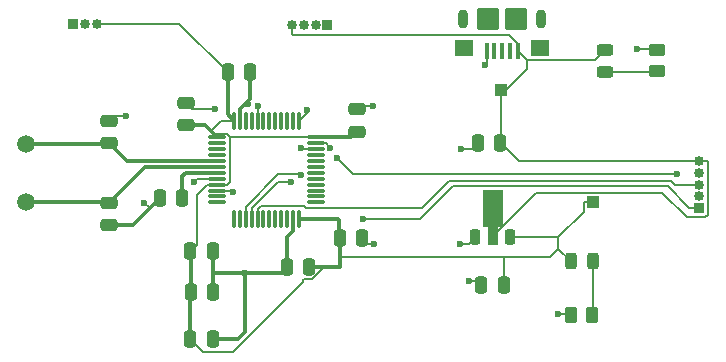
<source format=gtl>
%TF.GenerationSoftware,KiCad,Pcbnew,9.0.0*%
%TF.CreationDate,2025-08-08T17:30:59+02:00*%
%TF.ProjectId,audioVisualizer_PCB,61756469-6f56-4697-9375-616c697a6572,rev?*%
%TF.SameCoordinates,Original*%
%TF.FileFunction,Copper,L1,Top*%
%TF.FilePolarity,Positive*%
%FSLAX46Y46*%
G04 Gerber Fmt 4.6, Leading zero omitted, Abs format (unit mm)*
G04 Created by KiCad (PCBNEW 9.0.0) date 2025-08-08 17:30:59*
%MOMM*%
%LPD*%
G01*
G04 APERTURE LIST*
G04 Aperture macros list*
%AMRoundRect*
0 Rectangle with rounded corners*
0 $1 Rounding radius*
0 $2 $3 $4 $5 $6 $7 $8 $9 X,Y pos of 4 corners*
0 Add a 4 corners polygon primitive as box body*
4,1,4,$2,$3,$4,$5,$6,$7,$8,$9,$2,$3,0*
0 Add four circle primitives for the rounded corners*
1,1,$1+$1,$2,$3*
1,1,$1+$1,$4,$5*
1,1,$1+$1,$6,$7*
1,1,$1+$1,$8,$9*
0 Add four rect primitives between the rounded corners*
20,1,$1+$1,$2,$3,$4,$5,0*
20,1,$1+$1,$4,$5,$6,$7,0*
20,1,$1+$1,$6,$7,$8,$9,0*
20,1,$1+$1,$8,$9,$2,$3,0*%
%AMFreePoly0*
4,1,9,3.862500,-0.866500,0.737500,-0.866500,0.737500,-0.450000,-0.737500,-0.450000,-0.737500,0.450000,0.737500,0.450000,0.737500,0.866500,3.862500,0.866500,3.862500,-0.866500,3.862500,-0.866500,$1*%
G04 Aperture macros list end*
%TA.AperFunction,SMDPad,CuDef*%
%ADD10RoundRect,0.250000X-0.250000X-0.475000X0.250000X-0.475000X0.250000X0.475000X-0.250000X0.475000X0*%
%TD*%
%TA.AperFunction,SMDPad,CuDef*%
%ADD11RoundRect,0.250000X-0.475000X0.250000X-0.475000X-0.250000X0.475000X-0.250000X0.475000X0.250000X0*%
%TD*%
%TA.AperFunction,SMDPad,CuDef*%
%ADD12RoundRect,0.250000X0.250000X0.475000X-0.250000X0.475000X-0.250000X-0.475000X0.250000X-0.475000X0*%
%TD*%
%TA.AperFunction,SMDPad,CuDef*%
%ADD13RoundRect,0.100000X0.100000X0.575000X-0.100000X0.575000X-0.100000X-0.575000X0.100000X-0.575000X0*%
%TD*%
%TA.AperFunction,HeatsinkPad*%
%ADD14O,0.900000X1.600000*%
%TD*%
%TA.AperFunction,SMDPad,CuDef*%
%ADD15RoundRect,0.250000X0.550000X0.450000X-0.550000X0.450000X-0.550000X-0.450000X0.550000X-0.450000X0*%
%TD*%
%TA.AperFunction,SMDPad,CuDef*%
%ADD16RoundRect,0.250000X0.700000X0.700000X-0.700000X0.700000X-0.700000X-0.700000X0.700000X-0.700000X0*%
%TD*%
%TA.AperFunction,SMDPad,CuDef*%
%ADD17R,1.000000X1.000000*%
%TD*%
%TA.AperFunction,ComponentPad*%
%ADD18R,0.850000X0.850000*%
%TD*%
%TA.AperFunction,ComponentPad*%
%ADD19O,0.850000X0.850000*%
%TD*%
%TA.AperFunction,SMDPad,CuDef*%
%ADD20RoundRect,0.243750X0.243750X0.456250X-0.243750X0.456250X-0.243750X-0.456250X0.243750X-0.456250X0*%
%TD*%
%TA.AperFunction,SMDPad,CuDef*%
%ADD21RoundRect,0.250000X0.262500X0.450000X-0.262500X0.450000X-0.262500X-0.450000X0.262500X-0.450000X0*%
%TD*%
%TA.AperFunction,SMDPad,CuDef*%
%ADD22RoundRect,0.243750X0.456250X-0.243750X0.456250X0.243750X-0.456250X0.243750X-0.456250X-0.243750X0*%
%TD*%
%TA.AperFunction,SMDPad,CuDef*%
%ADD23RoundRect,0.225000X0.225000X-0.425000X0.225000X0.425000X-0.225000X0.425000X-0.225000X-0.425000X0*%
%TD*%
%TA.AperFunction,SMDPad,CuDef*%
%ADD24FreePoly0,90.000000*%
%TD*%
%TA.AperFunction,SMDPad,CuDef*%
%ADD25RoundRect,0.250000X-0.450000X0.262500X-0.450000X-0.262500X0.450000X-0.262500X0.450000X0.262500X0*%
%TD*%
%TA.AperFunction,SMDPad,CuDef*%
%ADD26RoundRect,0.075000X-0.662500X-0.075000X0.662500X-0.075000X0.662500X0.075000X-0.662500X0.075000X0*%
%TD*%
%TA.AperFunction,SMDPad,CuDef*%
%ADD27RoundRect,0.075000X-0.075000X-0.662500X0.075000X-0.662500X0.075000X0.662500X-0.075000X0.662500X0*%
%TD*%
%TA.AperFunction,ComponentPad*%
%ADD28C,1.500000*%
%TD*%
%TA.AperFunction,SMDPad,CuDef*%
%ADD29RoundRect,0.250000X0.475000X-0.250000X0.475000X0.250000X-0.475000X0.250000X-0.475000X-0.250000X0*%
%TD*%
%TA.AperFunction,ViaPad*%
%ADD30C,0.600000*%
%TD*%
%TA.AperFunction,Conductor*%
%ADD31C,0.200000*%
%TD*%
%TA.AperFunction,Conductor*%
%ADD32C,0.300000*%
%TD*%
G04 APERTURE END LIST*
D10*
%TO.P,C7,1*%
%TO.N,+3.3V*%
X141550000Y-61500000D03*
%TO.P,C7,2*%
%TO.N,GND*%
X143450000Y-61500000D03*
%TD*%
D11*
%TO.P,C1,1*%
%TO.N,GND*%
X122000000Y-51600000D03*
%TO.P,C1,2*%
%TO.N,Net-(U1-PD0)*%
X122000000Y-53500000D03*
%TD*%
D12*
%TO.P,C12,1*%
%TO.N,+3.3V*%
X155450000Y-65500000D03*
%TO.P,C12,2*%
%TO.N,GND*%
X153550000Y-65500000D03*
%TD*%
D13*
%TO.P,J2,1,VBUS*%
%TO.N,VBUS*%
X156600000Y-45675000D03*
%TO.P,J2,2,D-*%
%TO.N,unconnected-(J2-D--Pad2)*%
X155950000Y-45675000D03*
%TO.P,J2,3,D+*%
%TO.N,unconnected-(J2-D+-Pad3)*%
X155300000Y-45675000D03*
%TO.P,J2,4,ID*%
%TO.N,unconnected-(J2-ID-Pad4)*%
X154650000Y-45675000D03*
%TO.P,J2,5,GND*%
%TO.N,GND*%
X154000000Y-45675000D03*
D14*
%TO.P,J2,6,Shield*%
%TO.N,unconnected-(J2-Shield-Pad6)_4*%
X158600000Y-43000000D03*
D15*
%TO.N,unconnected-(J2-Shield-Pad6)_1*%
X158500000Y-45450000D03*
D16*
%TO.N,unconnected-(J2-Shield-Pad6)_5*%
X156500000Y-43000000D03*
%TO.N,unconnected-(J2-Shield-Pad6)*%
X154100000Y-43000000D03*
D15*
%TO.N,unconnected-(J2-Shield-Pad6)_2*%
X152100000Y-45450000D03*
D14*
%TO.N,unconnected-(J2-Shield-Pad6)_3*%
X152000000Y-43000000D03*
%TD*%
D17*
%TO.P,TP1,1,1*%
%TO.N,VBUS*%
X155194000Y-49022000D03*
%TD*%
D18*
%TO.P,J1,1,Pin_1*%
%TO.N,/OUT*%
X119000000Y-43375000D03*
D19*
%TO.P,J1,2,Pin_2*%
%TO.N,GND*%
X120000000Y-43375000D03*
%TO.P,J1,3,Pin_3*%
%TO.N,+3.3V*%
X121000000Y-43375000D03*
%TD*%
D18*
%TO.P,J4,1,Pin_1*%
%TO.N,GND*%
X140500000Y-43500000D03*
D19*
%TO.P,J4,2,Pin_2*%
%TO.N,/SWDIO*%
X139500000Y-43500000D03*
%TO.P,J4,3,Pin_3*%
%TO.N,Net-(J4-Pin_3)*%
X138500000Y-43500000D03*
%TO.P,J4,4,Pin_4*%
%TO.N,VBUS*%
X137500000Y-43500000D03*
%TD*%
D12*
%TO.P,C6,1*%
%TO.N,+3.3V*%
X138950000Y-64000000D03*
%TO.P,C6,2*%
%TO.N,GND*%
X137050000Y-64000000D03*
%TD*%
D20*
%TO.P,D1,1,K*%
%TO.N,Net-(D1-K)*%
X162989500Y-63500000D03*
%TO.P,D1,2,A*%
%TO.N,+3.3V*%
X161114500Y-63500000D03*
%TD*%
D21*
%TO.P,R2,1*%
%TO.N,Net-(D1-K)*%
X162912500Y-68000000D03*
%TO.P,R2,2*%
%TO.N,GND*%
X161087500Y-68000000D03*
%TD*%
D10*
%TO.P,C4,1*%
%TO.N,+3.3V*%
X132050000Y-47500000D03*
%TO.P,C4,2*%
%TO.N,GND*%
X133950000Y-47500000D03*
%TD*%
D12*
%TO.P,C13,1*%
%TO.N,Net-(U1-NRST)*%
X128204000Y-58166000D03*
%TO.P,C13,2*%
%TO.N,GND*%
X126304000Y-58166000D03*
%TD*%
D10*
%TO.P,C10,1*%
%TO.N,+3.3V*%
X128910000Y-70104000D03*
%TO.P,C10,2*%
%TO.N,GND*%
X130810000Y-70104000D03*
%TD*%
%TO.P,C8,1*%
%TO.N,+3.3V*%
X128910000Y-62604000D03*
%TO.P,C8,2*%
%TO.N,GND*%
X130810000Y-62604000D03*
%TD*%
D22*
%TO.P,D2,1,K*%
%TO.N,Net-(D2-K)*%
X164000000Y-47500000D03*
%TO.P,D2,2,A*%
%TO.N,VBUS*%
X164000000Y-45625000D03*
%TD*%
D23*
%TO.P,U2,1,GND*%
%TO.N,GND*%
X153000000Y-61450000D03*
D24*
%TO.P,U2,2,VIN*%
%TO.N,VBUS*%
X154500000Y-61362500D03*
D23*
%TO.P,U2,3,VOUT*%
%TO.N,+3.3V*%
X156000000Y-61450000D03*
%TD*%
D25*
%TO.P,R3,1*%
%TO.N,GND*%
X168402000Y-45569500D03*
%TO.P,R3,2*%
%TO.N,Net-(D2-K)*%
X168402000Y-47394500D03*
%TD*%
D26*
%TO.P,U1,1,VBAT*%
%TO.N,+3.3V*%
X131175000Y-53000000D03*
%TO.P,U1,2,PC13*%
%TO.N,unconnected-(U1-PC13-Pad2)*%
X131175000Y-53500000D03*
%TO.P,U1,3,PC14*%
%TO.N,unconnected-(U1-PC14-Pad3)*%
X131175000Y-54000000D03*
%TO.P,U1,4,PC15*%
%TO.N,unconnected-(U1-PC15-Pad4)*%
X131175000Y-54500000D03*
%TO.P,U1,5,PD0*%
%TO.N,Net-(U1-PD0)*%
X131175000Y-55000000D03*
%TO.P,U1,6,PD1*%
%TO.N,Net-(U1-PD1)*%
X131175000Y-55500000D03*
%TO.P,U1,7,NRST*%
%TO.N,Net-(U1-NRST)*%
X131175000Y-56000000D03*
%TO.P,U1,8,VSSA*%
%TO.N,GND*%
X131175000Y-56500000D03*
%TO.P,U1,9,VDDA*%
%TO.N,+3.3V*%
X131175000Y-57000000D03*
%TO.P,U1,10,PA0*%
%TO.N,/OUT*%
X131175000Y-57500000D03*
%TO.P,U1,11,PA1*%
%TO.N,unconnected-(U1-PA1-Pad11)*%
X131175000Y-58000000D03*
%TO.P,U1,12,PA2*%
%TO.N,unconnected-(U1-PA2-Pad12)*%
X131175000Y-58500000D03*
D27*
%TO.P,U1,13,PA3*%
%TO.N,unconnected-(U1-PA3-Pad13)*%
X132587500Y-59912500D03*
%TO.P,U1,14,PA4*%
%TO.N,unconnected-(U1-PA4-Pad14)*%
X133087500Y-59912500D03*
%TO.P,U1,15,PA5*%
%TO.N,/CLK*%
X133587500Y-59912500D03*
%TO.P,U1,16,PA6*%
%TO.N,/CS*%
X134087500Y-59912500D03*
%TO.P,U1,17,PA7*%
%TO.N,/DIN*%
X134587500Y-59912500D03*
%TO.P,U1,18,PB0*%
%TO.N,unconnected-(U1-PB0-Pad18)*%
X135087500Y-59912500D03*
%TO.P,U1,19,PB1*%
%TO.N,unconnected-(U1-PB1-Pad19)*%
X135587500Y-59912500D03*
%TO.P,U1,20,PB2*%
%TO.N,unconnected-(U1-PB2-Pad20)*%
X136087500Y-59912500D03*
%TO.P,U1,21,PB10*%
%TO.N,unconnected-(U1-PB10-Pad21)*%
X136587500Y-59912500D03*
%TO.P,U1,22,PB11*%
%TO.N,unconnected-(U1-PB11-Pad22)*%
X137087500Y-59912500D03*
%TO.P,U1,23,VSS*%
%TO.N,GND*%
X137587500Y-59912500D03*
%TO.P,U1,24,VDD*%
%TO.N,+3.3V*%
X138087500Y-59912500D03*
D26*
%TO.P,U1,25,PB12*%
%TO.N,unconnected-(U1-PB12-Pad25)*%
X139500000Y-58500000D03*
%TO.P,U1,26,PB13*%
%TO.N,unconnected-(U1-PB13-Pad26)*%
X139500000Y-58000000D03*
%TO.P,U1,27,PB14*%
%TO.N,unconnected-(U1-PB14-Pad27)*%
X139500000Y-57500000D03*
%TO.P,U1,28,PB15*%
%TO.N,unconnected-(U1-PB15-Pad28)*%
X139500000Y-57000000D03*
%TO.P,U1,29,PA8*%
%TO.N,unconnected-(U1-PA8-Pad29)*%
X139500000Y-56500000D03*
%TO.P,U1,30,PA9*%
%TO.N,unconnected-(U1-PA9-Pad30)*%
X139500000Y-56000000D03*
%TO.P,U1,31,PA10*%
%TO.N,unconnected-(U1-PA10-Pad31)*%
X139500000Y-55500000D03*
%TO.P,U1,32,PA11*%
%TO.N,unconnected-(U1-PA11-Pad32)*%
X139500000Y-55000000D03*
%TO.P,U1,33,PA12*%
%TO.N,unconnected-(U1-PA12-Pad33)*%
X139500000Y-54500000D03*
%TO.P,U1,34,PA13*%
%TO.N,/SWDIO*%
X139500000Y-54000000D03*
%TO.P,U1,35,VSS*%
%TO.N,GND*%
X139500000Y-53500000D03*
%TO.P,U1,36,VDD*%
%TO.N,+3.3V*%
X139500000Y-53000000D03*
D27*
%TO.P,U1,37,PA14*%
%TO.N,Net-(J4-Pin_3)*%
X138087500Y-51587500D03*
%TO.P,U1,38,PA15*%
%TO.N,unconnected-(U1-PA15-Pad38)*%
X137587500Y-51587500D03*
%TO.P,U1,39,PB3*%
%TO.N,unconnected-(U1-PB3-Pad39)*%
X137087500Y-51587500D03*
%TO.P,U1,40,PB4*%
%TO.N,unconnected-(U1-PB4-Pad40)*%
X136587500Y-51587500D03*
%TO.P,U1,41,PB5*%
%TO.N,unconnected-(U1-PB5-Pad41)*%
X136087500Y-51587500D03*
%TO.P,U1,42,PB6*%
%TO.N,unconnected-(U1-PB6-Pad42)*%
X135587500Y-51587500D03*
%TO.P,U1,43,PB7*%
%TO.N,unconnected-(U1-PB7-Pad43)*%
X135087500Y-51587500D03*
%TO.P,U1,44,BOOT0*%
%TO.N,GND*%
X134587500Y-51587500D03*
%TO.P,U1,45,PB8*%
%TO.N,unconnected-(U1-PB8-Pad45)*%
X134087500Y-51587500D03*
%TO.P,U1,46,PB9*%
%TO.N,unconnected-(U1-PB9-Pad46)*%
X133587500Y-51587500D03*
%TO.P,U1,47,VSS*%
%TO.N,GND*%
X133087500Y-51587500D03*
%TO.P,U1,48,VDD*%
%TO.N,+3.3V*%
X132587500Y-51587500D03*
%TD*%
D17*
%TO.P,TP2,1,1*%
%TO.N,+3.3V*%
X163000000Y-58500000D03*
%TD*%
D10*
%TO.P,C9,1*%
%TO.N,+3.3V*%
X128960000Y-66104000D03*
%TO.P,C9,2*%
%TO.N,GND*%
X130860000Y-66104000D03*
%TD*%
D28*
%TO.P,Y1,1,1*%
%TO.N,Net-(U1-PD1)*%
X115000000Y-58450000D03*
%TO.P,Y1,2,2*%
%TO.N,Net-(U1-PD0)*%
X115000000Y-53570000D03*
%TD*%
D29*
%TO.P,C3,1*%
%TO.N,+3.3V*%
X128500000Y-51950000D03*
%TO.P,C3,2*%
%TO.N,GND*%
X128500000Y-50050000D03*
%TD*%
%TO.P,C5,1*%
%TO.N,+3.3V*%
X143000000Y-52500000D03*
%TO.P,C5,2*%
%TO.N,GND*%
X143000000Y-50600000D03*
%TD*%
D11*
%TO.P,C2,1*%
%TO.N,Net-(U1-PD1)*%
X122000000Y-58550000D03*
%TO.P,C2,2*%
%TO.N,GND*%
X122000000Y-60450000D03*
%TD*%
D12*
%TO.P,C11,1*%
%TO.N,VBUS*%
X155128000Y-53500000D03*
%TO.P,C11,2*%
%TO.N,GND*%
X153228000Y-53500000D03*
%TD*%
D18*
%TO.P,J3,1,Pin_1*%
%TO.N,/CLK*%
X172000000Y-59000000D03*
D19*
%TO.P,J3,2,Pin_2*%
%TO.N,/CS*%
X172000000Y-58000000D03*
%TO.P,J3,3,Pin_3*%
%TO.N,/DIN*%
X172000000Y-57000000D03*
%TO.P,J3,4,Pin_4*%
%TO.N,GND*%
X172000000Y-56000000D03*
%TO.P,J3,5,Pin_5*%
%TO.N,VBUS*%
X172000000Y-55000000D03*
%TD*%
D30*
%TO.N,Net-(J4-Pin_3)*%
X138747100Y-50696100D03*
%TO.N,/SWDIO*%
X138258700Y-53919000D03*
%TO.N,/CS*%
X137417900Y-56749600D03*
X141351300Y-54765000D03*
X170124500Y-56127000D03*
%TO.N,/CLK*%
X138255000Y-56192300D03*
X143482600Y-59938800D03*
%TO.N,/OUT*%
X132511200Y-57622500D03*
%TO.N,GND*%
X133500000Y-64500000D03*
X153872900Y-46877300D03*
X134587500Y-50327400D03*
X131023000Y-50629700D03*
X151720500Y-61987000D03*
X144345200Y-50362900D03*
X166705700Y-45535500D03*
X151809400Y-53956900D03*
X160030700Y-67913500D03*
X144457700Y-61987000D03*
X152525800Y-65122500D03*
X125010800Y-58518500D03*
X123472300Y-51167500D03*
X133765400Y-50199700D03*
X129212000Y-56779400D03*
X140743300Y-53876000D03*
%TD*%
D31*
%TO.N,Net-(J4-Pin_3)*%
X138747100Y-50927900D02*
X138087500Y-51587500D01*
X138747100Y-50696100D02*
X138747100Y-50927900D01*
D32*
%TO.N,Net-(U1-PD1)*%
X121900000Y-58450000D02*
X122000000Y-58550000D01*
X115000000Y-58450000D02*
X121900000Y-58450000D01*
X125050000Y-55500000D02*
X131175000Y-55500000D01*
X122000000Y-58550000D02*
X125050000Y-55500000D01*
%TO.N,Net-(U1-PD0)*%
X121930000Y-53570000D02*
X122000000Y-53500000D01*
X115000000Y-53570000D02*
X121930000Y-53570000D01*
X123500000Y-55000000D02*
X131175000Y-55000000D01*
X122000000Y-53500000D02*
X123500000Y-55000000D01*
D31*
%TO.N,Net-(D1-K)*%
X162989500Y-67923000D02*
X162989500Y-63500000D01*
X162912500Y-68000000D02*
X162989500Y-67923000D01*
%TO.N,Net-(D2-K)*%
X168296500Y-47500000D02*
X168402000Y-47394500D01*
X164000000Y-47500000D02*
X168296500Y-47500000D01*
D32*
%TO.N,Net-(U1-NRST)*%
X128204000Y-56296000D02*
X128204000Y-58166000D01*
X128500000Y-56000000D02*
X128204000Y-56296000D01*
X131175000Y-56000000D02*
X128500000Y-56000000D01*
D31*
%TO.N,/SWDIO*%
X138339700Y-54000000D02*
X138258700Y-53919000D01*
X139500000Y-54000000D02*
X138339700Y-54000000D01*
%TO.N,VBUS*%
X137500000Y-43500000D02*
X137500000Y-44226700D01*
X156600000Y-45079100D02*
X156600000Y-45675000D01*
X155854600Y-44333700D02*
X156600000Y-45079100D01*
X137607000Y-44333700D02*
X155854600Y-44333700D01*
X137500000Y-44226700D02*
X137607000Y-44333700D01*
X155194000Y-53500000D02*
X155194000Y-49823700D01*
X155194000Y-53500000D02*
X155128000Y-53500000D01*
X155194000Y-49022000D02*
X155194000Y-49422800D01*
X155194000Y-49422800D02*
X155194000Y-49823700D01*
X157389500Y-47227300D02*
X157389500Y-46464500D01*
X155194000Y-49422800D02*
X157389500Y-47227300D01*
X156600000Y-45675000D02*
X157389500Y-46464500D01*
X163160500Y-46464500D02*
X164000000Y-45625000D01*
X157389500Y-46464500D02*
X163160500Y-46464500D01*
X172000000Y-55000000D02*
X172726700Y-55000000D01*
X172726700Y-59550000D02*
X172726700Y-55000000D01*
X172505900Y-59770800D02*
X172726700Y-59550000D01*
X170950100Y-59770800D02*
X172505900Y-59770800D01*
X168856000Y-57676700D02*
X170950100Y-59770800D01*
X158185800Y-57676700D02*
X168856000Y-57676700D01*
X154500000Y-61362500D02*
X158185800Y-57676700D01*
X156694000Y-55000000D02*
X155194000Y-53500000D01*
X172000000Y-55000000D02*
X156694000Y-55000000D01*
%TO.N,/DIN*%
X134587500Y-59088900D02*
X134587500Y-59912500D01*
X134862000Y-58814400D02*
X134587500Y-59088900D01*
X138543800Y-58814400D02*
X134862000Y-58814400D01*
X138733100Y-59003700D02*
X138543800Y-58814400D01*
X148485200Y-59003700D02*
X138733100Y-59003700D01*
X150790200Y-56698700D02*
X148485200Y-59003700D01*
X169626600Y-56698700D02*
X150790200Y-56698700D01*
X169927900Y-57000000D02*
X169626600Y-56698700D01*
X172000000Y-57000000D02*
X169927900Y-57000000D01*
%TO.N,/CS*%
X142713300Y-56127000D02*
X170124500Y-56127000D01*
X141351300Y-54765000D02*
X142713300Y-56127000D01*
X136346900Y-56749600D02*
X137417900Y-56749600D01*
X134087500Y-59009000D02*
X136346900Y-56749600D01*
X134087500Y-59912500D02*
X134087500Y-59009000D01*
%TO.N,/CLK*%
X171159700Y-59000000D02*
X172000000Y-59000000D01*
X169309800Y-57150100D02*
X171159700Y-59000000D01*
X151106700Y-57150100D02*
X169309800Y-57150100D01*
X148318000Y-59938800D02*
X151106700Y-57150100D01*
X143482600Y-59938800D02*
X148318000Y-59938800D01*
X138159600Y-56096900D02*
X138255000Y-56192300D01*
X136361200Y-56096900D02*
X138159600Y-56096900D01*
X133587500Y-58870600D02*
X136361200Y-56096900D01*
X133587500Y-59912500D02*
X133587500Y-58870600D01*
%TO.N,/OUT*%
X132388700Y-57500000D02*
X132511200Y-57622500D01*
X131175000Y-57500000D02*
X132388700Y-57500000D01*
D32*
%TO.N,+3.3V*%
X128910000Y-66154000D02*
X128960000Y-66104000D01*
X128910000Y-70104000D02*
X128910000Y-66154000D01*
X142500000Y-53000000D02*
X143000000Y-52500000D01*
X139500000Y-53000000D02*
X142500000Y-53000000D01*
X132050000Y-51050000D02*
X132372800Y-51372500D01*
X132050000Y-47500000D02*
X132050000Y-51050000D01*
X132372800Y-51372500D02*
X132588000Y-51587500D01*
D31*
X132587500Y-51587200D02*
X132587500Y-51587500D01*
X132372800Y-51372500D02*
X132587500Y-51587200D01*
X138087500Y-59912500D02*
X138088000Y-59912500D01*
D32*
X141550000Y-63138000D02*
X141550000Y-61500000D01*
X130125000Y-51950000D02*
X130650000Y-52475000D01*
X128500000Y-51950000D02*
X130125000Y-51950000D01*
D31*
X131537500Y-51587500D02*
X132587500Y-51587500D01*
X130650000Y-52475000D02*
X131537500Y-51587500D01*
D32*
X128960000Y-62654000D02*
X128935000Y-62629000D01*
X128960000Y-66104000D02*
X128960000Y-62654000D01*
X128935000Y-62629000D02*
X128910000Y-62604000D01*
D31*
X130349500Y-57000000D02*
X131175000Y-57000000D01*
X129474500Y-57875000D02*
X130349500Y-57000000D01*
X129474500Y-62089500D02*
X129474500Y-57875000D01*
X128935000Y-62629000D02*
X129474500Y-62089500D01*
X162198300Y-59301700D02*
X160050000Y-61450000D01*
X162198300Y-58500000D02*
X162198300Y-59301700D01*
X160050000Y-61450000D02*
X156000000Y-61450000D01*
X163000000Y-58500000D02*
X162198300Y-58500000D01*
D32*
X130650000Y-52475000D02*
X130912500Y-52737500D01*
X130912500Y-52737500D02*
X131175000Y-53000000D01*
D31*
X155450000Y-63138000D02*
X155450000Y-65500000D01*
X141550000Y-63138000D02*
X155450000Y-63138000D01*
X159347500Y-63138000D02*
X160050000Y-62435500D01*
X155450000Y-63138000D02*
X159347500Y-63138000D01*
X160050000Y-61450000D02*
X160050000Y-62435500D01*
X160050000Y-62435500D02*
X161114500Y-63500000D01*
X139500000Y-53000000D02*
X132232300Y-53000000D01*
X131969800Y-52737500D02*
X132232300Y-53000000D01*
X130912500Y-52737500D02*
X131969800Y-52737500D01*
X127925000Y-43375000D02*
X132050000Y-47500000D01*
X121000000Y-43375000D02*
X127925000Y-43375000D01*
D32*
X141500000Y-61450000D02*
X141550000Y-61500000D01*
X141500000Y-59975000D02*
X141500000Y-61450000D01*
X141438000Y-59912500D02*
X141500000Y-59975000D01*
X138088000Y-59912500D02*
X141438000Y-59912500D01*
D31*
X131968000Y-57000000D02*
X131175000Y-57000000D01*
X132232300Y-56735700D02*
X131968000Y-57000000D01*
X132232300Y-53000000D02*
X132232300Y-56735700D01*
D32*
X138950000Y-64000000D02*
X140225000Y-64000000D01*
X141550000Y-63950000D02*
X141550000Y-63138000D01*
X141500000Y-64000000D02*
X141550000Y-63950000D01*
X140225000Y-64000000D02*
X141500000Y-64000000D01*
D31*
X129988900Y-71182900D02*
X128910000Y-70104000D01*
X132505600Y-71182900D02*
X129988900Y-71182900D01*
X138468800Y-65219700D02*
X132505600Y-71182900D01*
X138468800Y-65084600D02*
X138468800Y-65219700D01*
X138527200Y-65026200D02*
X138468800Y-65084600D01*
X139198800Y-65026200D02*
X138527200Y-65026200D01*
X140225000Y-64000000D02*
X139198800Y-65026200D01*
D32*
%TO.N,GND*%
X152950000Y-61500000D02*
X153000000Y-61450000D01*
X130860000Y-62654000D02*
X130810000Y-62604000D01*
X130860000Y-64500000D02*
X130860000Y-62654000D01*
X133500000Y-69500000D02*
X133500000Y-64500000D01*
X132896000Y-70104000D02*
X133500000Y-69500000D01*
X130810000Y-70104000D02*
X132896000Y-70104000D01*
X136550000Y-64500000D02*
X137050000Y-64000000D01*
X133500000Y-64500000D02*
X136550000Y-64500000D01*
X130860000Y-66104000D02*
X130860000Y-64500000D01*
X130860000Y-64500000D02*
X133500000Y-64500000D01*
D31*
X133087500Y-51587500D02*
X133088000Y-51587500D01*
X154000000Y-46750200D02*
X154000000Y-45675000D01*
X153872900Y-46877300D02*
X154000000Y-46750200D01*
X129079700Y-50629700D02*
X128500000Y-50050000D01*
X131023000Y-50629700D02*
X129079700Y-50629700D01*
X152463000Y-61987000D02*
X152950000Y-61500000D01*
X151720500Y-61987000D02*
X152463000Y-61987000D01*
X143237100Y-50362900D02*
X143000000Y-50600000D01*
X144345200Y-50362900D02*
X143237100Y-50362900D01*
X168368000Y-45535500D02*
X168402000Y-45569500D01*
X166705700Y-45535500D02*
X168368000Y-45535500D01*
X137587500Y-60412000D02*
X137587500Y-59912500D01*
X137588000Y-60412500D02*
X137587500Y-60412000D01*
D32*
X137588000Y-59912500D02*
X137588000Y-60412500D01*
X137050000Y-61450000D02*
X137050000Y-64000000D01*
X137588000Y-60912500D02*
X137050000Y-61450000D01*
X137588000Y-60412500D02*
X137588000Y-60912500D01*
D31*
X161001000Y-67913500D02*
X161087500Y-68000000D01*
X160030700Y-67913500D02*
X161001000Y-67913500D01*
X152771100Y-53956900D02*
X153228000Y-53500000D01*
X151809400Y-53956900D02*
X152771100Y-53956900D01*
X143937000Y-61987000D02*
X143450000Y-61500000D01*
X144457700Y-61987000D02*
X143937000Y-61987000D01*
X125010900Y-58518500D02*
X125481200Y-58988800D01*
X125010800Y-58518500D02*
X125010900Y-58518500D01*
D32*
X124020000Y-60450000D02*
X125481200Y-58988800D01*
X122000000Y-60450000D02*
X124020000Y-60450000D01*
X125481200Y-58988800D02*
X126304000Y-58166000D01*
D31*
X153172500Y-65122500D02*
X153550000Y-65500000D01*
X152525800Y-65122500D02*
X153172500Y-65122500D01*
X122432500Y-51167500D02*
X122000000Y-51600000D01*
X123472300Y-51167500D02*
X122432500Y-51167500D01*
X133620500Y-50054800D02*
X133620500Y-50054700D01*
X133765400Y-50199700D02*
X133620500Y-50054800D01*
D32*
X133088000Y-50587500D02*
X133620500Y-50054700D01*
X133088000Y-51587500D02*
X133088000Y-50587500D01*
X133950000Y-49725000D02*
X133950000Y-47500000D01*
X133620500Y-50054700D02*
X133950000Y-49725000D01*
D31*
X134587500Y-50327400D02*
X134587500Y-51587500D01*
X129491400Y-56500000D02*
X131175000Y-56500000D01*
X129212000Y-56779400D02*
X129491400Y-56500000D01*
X140367300Y-53500000D02*
X140743300Y-53876000D01*
X139500000Y-53500000D02*
X140367300Y-53500000D01*
%TD*%
M02*

</source>
